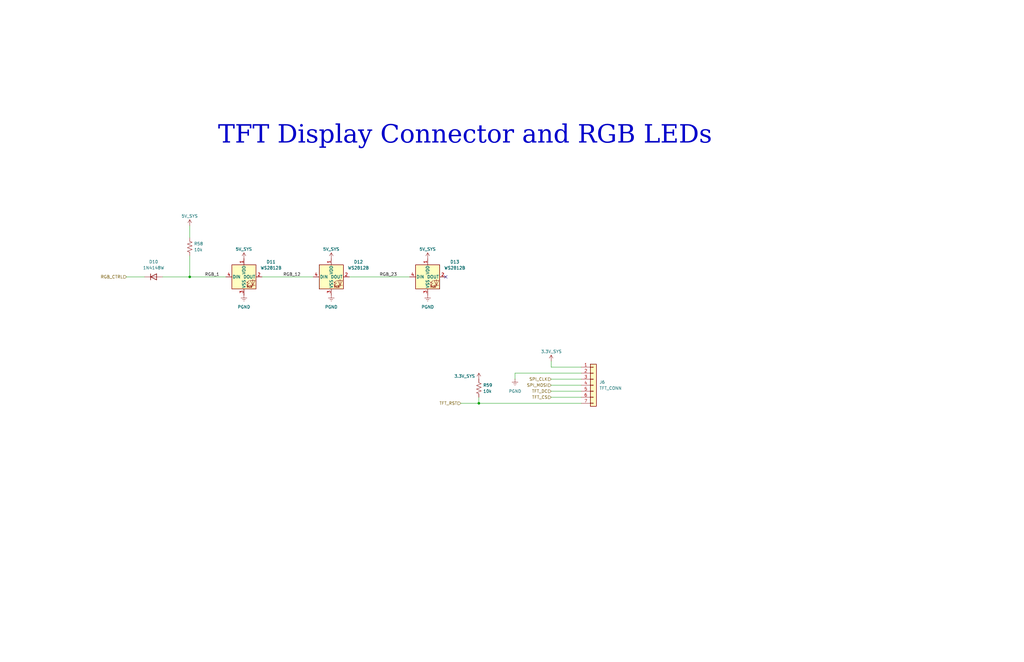
<source format=kicad_sch>
(kicad_sch (version 20231120) (generator "eeschema") (generator_version "8.0")
  (paper "B")
  (title_block (title "SCAN") (date "2025-01-30") (rev "v1.1") (company "Senior Design Group 35"))
  (lib_symbols
    (symbol "Connector_Generic:Conn_01x07" (pin_names (offset 1.016) hide)
      (property "Reference" "J" (at 0 10.16 0))
      (property "Value" "Conn_01x07" (at 0 -10.16 0))
      (symbol "Conn_01x07_1_1"
        (rectangle (start -1.27 -7.493) (end 0 -7.747) (stroke (width 0.1524)))
        (rectangle (start -1.27 -4.953) (end 0 -5.207) (stroke (width 0.1524)))
        (rectangle (start -1.27 -2.413) (end 0 -2.667) (stroke (width 0.1524)))
        (rectangle (start -1.27 0.127) (end 0 -0.127) (stroke (width 0.1524)))
        (rectangle (start -1.27 2.667) (end 0 2.413) (stroke (width 0.1524)))
        (rectangle (start -1.27 5.207) (end 0 4.953) (stroke (width 0.1524)))
        (rectangle (start -1.27 7.747) (end 0 7.493) (stroke (width 0.1524)))
        (rectangle (start -1.27 8.89) (end 1.27 -8.89) (stroke (width 0.254)) (fill (type background)))
        (pin passive line (at -5.08 7.62 0) (length 3.81) (name "Pin_1") (number "1"))
        (pin passive line (at -5.08 5.08 0) (length 3.81) (name "Pin_2") (number "2"))
        (pin passive line (at -5.08 2.54 0) (length 3.81) (name "Pin_3") (number "3"))
        (pin passive line (at -5.08 0 0) (length 3.81) (name "Pin_4") (number "4"))
        (pin passive line (at -5.08 -2.54 0) (length 3.81) (name "Pin_5") (number "5"))
        (pin passive line (at -5.08 -5.08 0) (length 3.81) (name "Pin_6") (number "6"))
        (pin passive line (at -5.08 -7.62 0) (length 3.81) (name "Pin_7") (number "7"))
      )
    )
    (symbol "Device:R_US" (pin_numbers hide) (pin_names (offset 0))
      (property "Reference" "R" (at 2.54 0 90))
      (property "Value" "R_US" (at -2.54 0 90))
      (symbol "R_US_0_1"
        (polyline (pts (xy 0 -2.286) (xy 0 -2.54)))
        (polyline (pts (xy 0 2.286) (xy 0 2.54)))
        (polyline (pts (xy 0 -0.762) (xy 1.016 -1.143) (xy 0 -1.524) (xy -1.016 -1.905) (xy 0 -2.286)))
        (polyline (pts (xy 0 0.762) (xy 1.016 0.381) (xy 0 0) (xy -1.016 -0.381) (xy 0 -0.762)))
        (polyline (pts (xy 0 2.286) (xy 1.016 1.905) (xy 0 1.524) (xy -1.016 1.143) (xy 0 0.762)))
      )
      (symbol "R_US_1_1"
        (pin passive line (at 0 3.81 270) (length 1.27) (name "~") (number "1"))
        (pin passive line (at 0 -3.81 90) (length 1.27) (name "~") (number "2"))
      )
    )
    (symbol "Diode:1N4148W" (pin_numbers hide) (pin_names hide)
      (property "Reference" "D" (at 0 2.54 0))
      (property "Value" "1N4148W" (at 0 -2.54 0))
      (symbol "1N4148W_0_1"
        (polyline (pts (xy -1.27 1.27) (xy -1.27 -1.27)) (stroke (width 0.254)))
        (polyline (pts (xy 1.27 0) (xy -1.27 0)))
        (polyline (pts (xy 1.27 1.27) (xy 1.27 -1.27) (xy -1.27 0) (xy 1.27 1.27)) (stroke (width 0.254)))
      )
      (symbol "1N4148W_1_1"
        (pin passive line (at -3.81 0 0) (length 2.54) (name "K") (number "1"))
        (pin passive line (at 3.81 0 180) (length 2.54) (name "A") (number "2"))
      )
    )
    (symbol "LED:WS2812B" (pin_names (offset 0.254))
      (property "Reference" "D" (at 5.08 5.715 0))
      (property "Value" "WS2812B" (at 1.27 -5.715 0))
      (symbol "WS2812B_0_0"
        (text "RGB" (at 2.286 -4.191 0) (effects (font (size 0.762 0.762))))
      )
      (symbol "WS2812B_0_1"
        (polyline (pts (xy 1.27 -3.556) (xy 1.778 -3.556)))
        (polyline (pts (xy 1.27 -2.54) (xy 1.778 -2.54)))
        (polyline (pts (xy 4.699 -3.556) (xy 2.667 -3.556)))
        (polyline (pts (xy 2.286 -2.54) (xy 1.27 -3.556) (xy 1.27 -3.048)))
        (polyline (pts (xy 2.286 -1.524) (xy 1.27 -2.54) (xy 1.27 -2.032)))
        (polyline (pts (xy 3.683 -1.016) (xy 3.683 -3.556) (xy 3.683 -4.064)))
        (polyline (pts (xy 4.699 -1.524) (xy 2.667 -1.524) (xy 3.683 -3.556) (xy 4.699 -1.524)))
        (rectangle (start 5.08 5.08) (end -5.08 -5.08) (stroke (width 0.254)) (fill (type background)))
      )
      (symbol "WS2812B_1_1"
        (pin power_in line (at 0 7.62 270) (length 2.54) (name "VDD") (number "1"))
        (pin output line (at 7.62 0 180) (length 2.54) (name "DOUT") (number "2"))
        (pin power_in line (at 0 -7.62 90) (length 2.54) (name "VSS") (number "3"))
        (pin input line (at -7.62 0 0) (length 2.54) (name "DIN") (number "4"))
      )
    )
    (symbol "power:+3.3V" (power) (pin_numbers hide) (pin_names (offset 0) hide)
      (property "Value" "+3.3V" (at 0 3.556 0))
      (symbol "+3.3V_0_1"
        (polyline (pts (xy -0.762 1.27) (xy 0 2.54)))
        (polyline (pts (xy 0 0) (xy 0 2.54)))
        (polyline (pts (xy 0 2.54) (xy 0.762 1.27)))
      )
      (symbol "+3.3V_1_1"
        (pin power_in line (at 0 0 90) (length 0) (name "~") (number "1"))
      )
    )
    (symbol "power:GNDREF" (power) (pin_numbers hide) (pin_names (offset 0) hide)
      (property "Value" "GNDREF" (at 0 -3.81 0))
      (symbol "GNDREF_0_1"
        (polyline (pts (xy -0.635 -1.905) (xy 0.635 -1.905)))
        (polyline (pts (xy -0.127 -2.54) (xy 0.127 -2.54)))
        (polyline (pts (xy 0 -1.27) (xy 0 0)))
        (polyline (pts (xy 1.27 -1.27) (xy -1.27 -1.27)))
      )
      (symbol "GNDREF_1_1"
        (pin power_in line (at 0 0 270) (length 0) (name "~") (number "1"))
      )
    )
  )
  (junction (at 201.93 170.18))
  (junction (at 80.01 116.84))
  (no_connect (at 187.96 116.84))
  (wire (pts (xy 53.34 116.84) (xy 60.96 116.84)))
  (wire (pts (xy 232.41 152.4) (xy 232.41 154.94)))
  (wire (pts (xy 80.01 95.25) (xy 80.01 100.33)))
  (wire (pts (xy 194.31 170.18) (xy 201.93 170.18)))
  (wire (pts (xy 201.93 167.64) (xy 201.93 170.18)))
  (wire (pts (xy 201.93 170.18) (xy 245.11 170.18)))
  (wire (pts (xy 232.41 154.94) (xy 245.11 154.94)))
  (wire (pts (xy 80.01 107.95) (xy 80.01 116.84)))
  (wire (pts (xy 147.32 116.84) (xy 172.72 116.84)))
  (wire (pts (xy 68.58 116.84) (xy 80.01 116.84)))
  (wire (pts (xy 80.01 116.84) (xy 95.25 116.84)))
  (wire (pts (xy 232.41 162.56) (xy 245.11 162.56)))
  (wire (pts (xy 217.17 157.48) (xy 245.11 157.48)))
  (wire (pts (xy 232.41 165.1) (xy 245.11 165.1)))
  (wire (pts (xy 232.41 167.64) (xy 245.11 167.64)))
  (wire (pts (xy 217.17 160.02) (xy 217.17 157.48)))
  (wire (pts (xy 110.49 116.84) (xy 132.08 116.84)))
  (wire (pts (xy 232.41 160.02) (xy 245.11 160.02)))
  (text "TFT Display Connector and RGB LEDs" (at 196.088 59.182 0) (effects (font (size 7.62 7.62) (thickness 0.9525))))
  (label "RGB_12" (at 119.38 116.84 0))
  (label "RGB_1" (at 86.36 116.84 0))
  (label "RGB_23" (at 160.02 116.84 0))
  (hierarchical_label "SPI_MOSI" (shape input) (at 232.41 162.56 180))
  (hierarchical_label "TFT_RST" (shape input) (at 194.31 170.18 180))
  (hierarchical_label "TFT_CS" (shape input) (at 232.41 167.64 180))
  (hierarchical_label "SPI_CLK" (shape input) (at 232.41 160.02 180))
  (hierarchical_label "TFT_DC" (shape input) (at 232.41 165.1 180))
  (hierarchical_label "RGB_CTRL" (shape input) (at 53.34 116.84 180))
  (symbol (lib_id "power:+3.3V") (at 102.87 109.22 0) (unit 1)
    (property "Reference" "#PWR075" (effects (hide yes)))
    (property "Value" "5V_SYS" (at 99.314 105.156 0) (effects (justify left)))
    (property "Description" "Power symbol creates a global label with name \"+3.3V\"" (effects (hide yes)))
  )
  (symbol (lib_id "power:GNDREF") (at 139.7 124.46 0) (unit 1)
    (property "Reference" "#PWR078" (effects (hide yes)))
    (property "Value" "PGND" (at 139.7 129.54 0))
    (property "Description" "Power symbol creates a global label with name \"GNDREF\" , reference supply ground" (effects (hide yes)))
  )
  (symbol (lib_id "LED:WS2812B") (at 139.7 116.84 0) (unit 1)
    (property "Reference" "D12" (at 151.13 110.5214 0))
    (property "Value" "WS2812B" (at 151.13 113.0614 0))
    (property "Footprint" "LED_SMD:LED_WS2812B_PLCC4_5.0x5.0mm_P3.2mm" (effects (hide yes)))
    (property "Datasheet" "https://cdn-shop.adafruit.com/datasheets/WS2812B.pdf" (effects (hide yes)))
    (property "Description" "RGB LED with integrated controller" (effects (hide yes)))
  )
  (symbol (lib_id "LED:WS2812B") (at 102.87 116.84 0) (unit 1)
    (property "Reference" "D11" (at 114.3 110.5214 0))
    (property "Value" "WS2812B" (at 114.3 113.0614 0))
    (property "Footprint" "LED_SMD:LED_WS2812B_PLCC4_5.0x5.0mm_P3.2mm" (effects (hide yes)))
    (property "Datasheet" "https://cdn-shop.adafruit.com/datasheets/WS2812B.pdf" (effects (hide yes)))
    (property "Description" "RGB LED with integrated controller" (effects (hide yes)))
  )
  (symbol (lib_id "power:GNDREF") (at 180.34 124.46 0) (unit 1)
    (property "Reference" "#PWR080" (effects (hide yes)))
    (property "Value" "PGND" (at 180.34 129.54 0))
    (property "Description" "Power symbol creates a global label with name \"GNDREF\" , reference supply ground" (effects (hide yes)))
  )
  (symbol (lib_id "power:+3.3V") (at 180.34 109.22 0) (unit 1)
    (property "Reference" "#PWR079" (effects (hide yes)))
    (property "Value" "5V_SYS" (at 176.784 105.156 0) (effects (justify left)))
    (property "Description" "Power symbol creates a global label with name \"+3.3V\"" (effects (hide yes)))
  )
  (symbol (lib_id "power:+3.3V") (at 232.41 152.4 0) (unit 1)
    (property "Reference" "#PWR083" (effects (hide yes)))
    (property "Value" "3.3V_SYS" (at 228.092 148.336 0) (effects (justify left)))
    (property "Description" "Power symbol creates a global label with name \"+3.3V\"" (effects (hide yes)))
  )
  (symbol (lib_id "LED:WS2812B") (at 180.34 116.84 0) (unit 1)
    (property "Reference" "D13" (at 191.77 110.5214 0))
    (property "Value" "WS2812B" (at 191.77 113.0614 0))
    (property "Footprint" "LED_SMD:LED_WS2812B_PLCC4_5.0x5.0mm_P3.2mm" (effects (hide yes)))
    (property "Datasheet" "https://cdn-shop.adafruit.com/datasheets/WS2812B.pdf" (effects (hide yes)))
    (property "Description" "RGB LED with integrated controller" (effects (hide yes)))
  )
  (symbol (lib_id "power:GNDREF") (at 217.17 160.02 0) (unit 1)
    (property "Reference" "#PWR082" (effects (hide yes)))
    (property "Value" "PGND" (at 217.17 165.1 0))
    (property "Description" "Power symbol creates a global label with name \"GNDREF\" , reference supply ground" (effects (hide yes)))
  )
  (symbol (lib_id "Diode:1N4148W") (at 64.77 116.84 0) (unit 1)
    (property "Reference" "D10" (at 64.77 110.49 0))
    (property "Value" "1N4148W" (at 64.77 113.03 0))
    (property "Footprint" "Diode_SMD:D_SOD-123" (effects (hide yes)))
    (property "Datasheet" "https://www.vishay.com/docs/85748/1n4148w.pdf" (effects (hide yes)))
    (property "Description" "75V 0.15A Fast Switching Diode, SOD-123" (effects (hide yes)))
    (property "Sim.Device" "D" (effects (hide yes)))
    (property "Sim.Pins" "1=K 2=A" (effects (hide yes)))
  )
  (symbol (lib_id "Device:R_US") (at 80.01 104.14 0) (unit 1)
    (property "Reference" "R58" (at 81.788 102.87 0) (effects (justify left)))
    (property "Value" "10k" (at 81.788 105.41 0) (effects (justify left)))
    (property "Footprint" "Resistor_SMD:R_0805_2012Metric" (effects (hide yes)))
    (property "Description" "Resistor, US symbol" (effects (hide yes)))
  )
  (symbol (lib_id "power:+3.3V") (at 80.01 95.25 0) (unit 1)
    (property "Reference" "#PWR074" (effects (hide yes)))
    (property "Value" "5V_SYS" (at 76.454 91.186 0) (effects (justify left)))
    (property "Description" "Power symbol creates a global label with name \"+3.3V\"" (effects (hide yes)))
  )
  (symbol (lib_id "power:+3.3V") (at 201.93 160.02 0) (unit 1)
    (property "Reference" "#PWR081" (effects (hide yes)))
    (property "Value" "3.3V_SYS" (at 191.516 158.75 0) (effects (justify left)))
    (property "Description" "Power symbol creates a global label with name \"+3.3V\"" (effects (hide yes)))
  )
  (symbol (lib_id "power:+3.3V") (at 139.7 109.22 0) (unit 1)
    (property "Reference" "#PWR077" (effects (hide yes)))
    (property "Value" "5V_SYS" (at 136.144 105.156 0) (effects (justify left)))
    (property "Description" "Power symbol creates a global label with name \"+3.3V\"" (effects (hide yes)))
  )
  (symbol (lib_id "power:GNDREF") (at 102.87 124.46 0) (unit 1)
    (property "Reference" "#PWR076" (effects (hide yes)))
    (property "Value" "PGND" (at 102.87 129.54 0))
    (property "Description" "Power symbol creates a global label with name \"GNDREF\" , reference supply ground" (effects (hide yes)))
  )
  (symbol (lib_id "Device:R_US") (at 201.93 163.83 0) (unit 1)
    (property "Reference" "R59" (at 203.708 162.56 0) (effects (justify left)))
    (property "Value" "10k" (at 203.708 165.1 0) (effects (justify left)))
    (property "Footprint" "Resistor_SMD:R_0805_2012Metric" (effects (hide yes)))
    (property "Description" "Resistor, US symbol" (effects (hide yes)))
  )
  (symbol (lib_id "Connector_Generic:Conn_01x07") (at 250.19 162.56 0) (unit 1)
    (property "Reference" "J6" (at 252.73 161.2899 0) (effects (justify left)))
    (property "Value" "TFT_CONN" (at 252.73 163.8299 0) (effects (justify left)))
    (property "Footprint" "Connector_PinHeader_2.54mm:PinHeader_1x07_P2.54mm_Horizontal" (effects (hide yes)))
    (property "Description" "Generic connector, single row, 01x07, script generated (kicad-library-utils/schlib/autogen/connector/)" (effects (hide yes)))
  )
)
</source>
